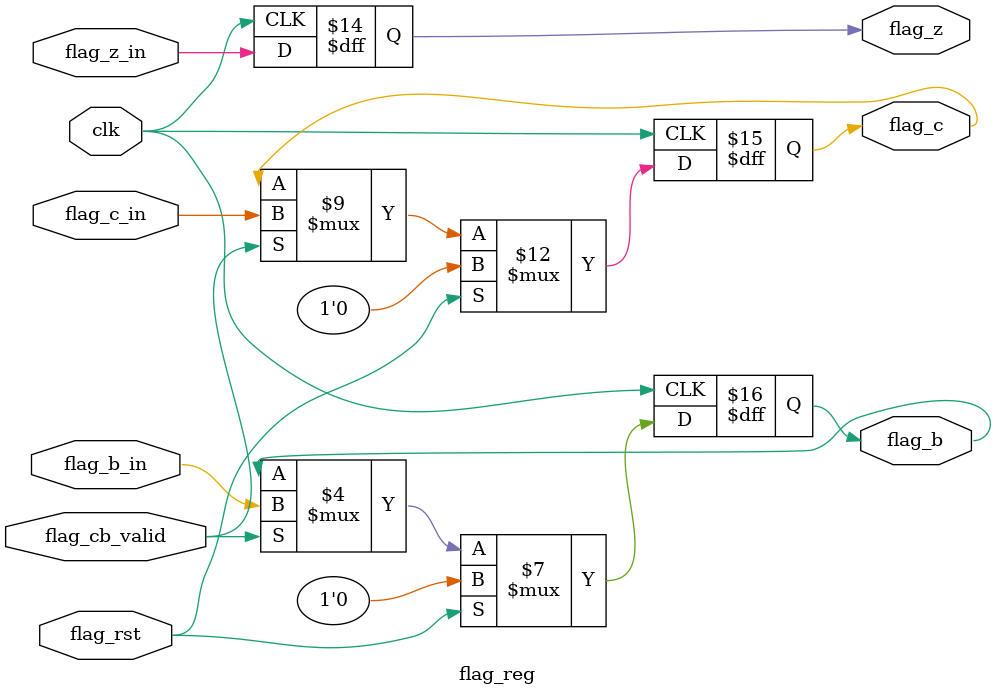
<source format=v>
`timescale 1ns/100ps

module flag_reg (
    clk,
    flag_rst,
    flag_cb_valid,
    flag_c_in,
    flag_z_in,
    flag_b_in, 
    flag_c,
    flag_z,
    flag_b
);

input clk, flag_rst, flag_cb_valid, flag_c_in, flag_z_in, flag_b_in;

output reg flag_c; //Carry
output reg flag_z; //Zero
output reg flag_b; //Borrow


initial begin
    flag_c = 1'b0;
    flag_z = 1'b0;
    flag_b = 1'b0;
end

always @(posedge clk) begin
    if(flag_rst) begin
        flag_c <= 1'b0;
        flag_b <= 1'b0;
    end
    else begin 
        if(flag_cb_valid) begin
            flag_c <= flag_c_in;
            flag_b <= flag_b_in;
        end
    end
end

always @(negedge clk) begin
    if(flag_rst)
        flag_z <= 1'b0;
        
    flag_z <= flag_z_in;
end

endmodule 
</source>
